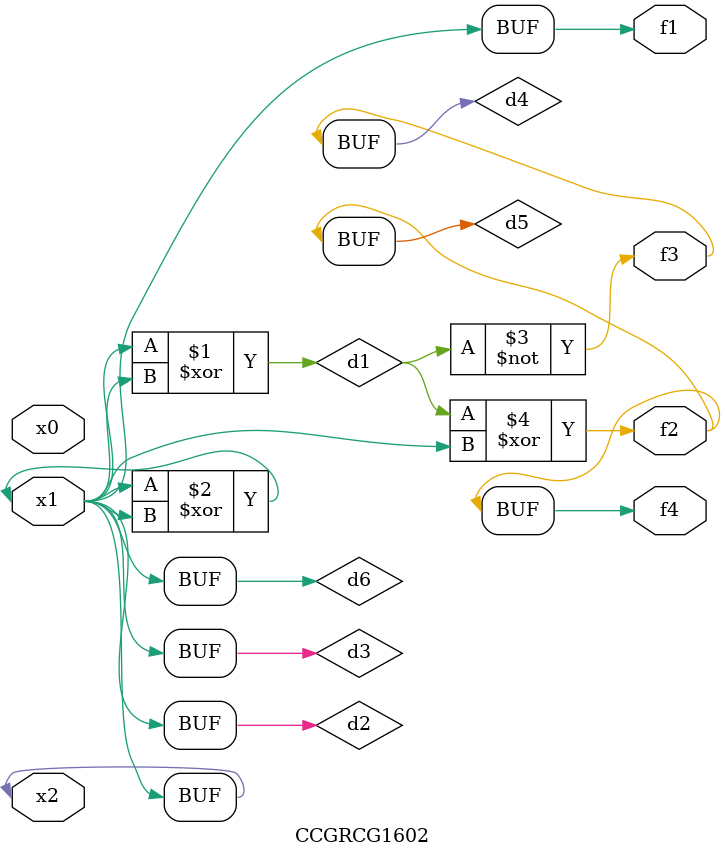
<source format=v>
module CCGRCG1602(
	input x0, x1, x2,
	output f1, f2, f3, f4
);

	wire d1, d2, d3, d4, d5, d6;

	xor (d1, x1, x2);
	buf (d2, x1, x2);
	xor (d3, x1, x2);
	nor (d4, d1);
	xor (d5, d1, d2);
	buf (d6, d2, d3);
	assign f1 = d6;
	assign f2 = d5;
	assign f3 = d4;
	assign f4 = d5;
endmodule

</source>
